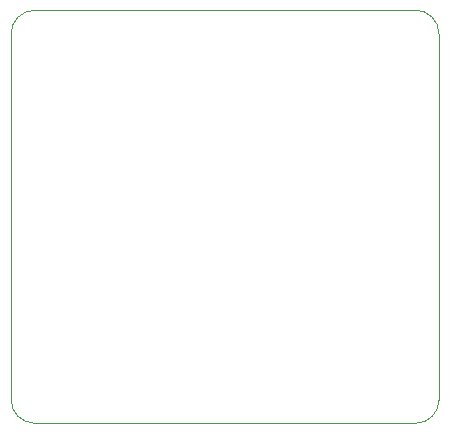
<source format=gm1>
G04 #@! TF.GenerationSoftware,KiCad,Pcbnew,9.0.1*
G04 #@! TF.CreationDate,2025-04-29T03:14:40+06:00*
G04 #@! TF.ProjectId,stm32f401,73746d33-3266-4343-9031-2e6b69636164,rev?*
G04 #@! TF.SameCoordinates,Original*
G04 #@! TF.FileFunction,Profile,NP*
%FSLAX46Y46*%
G04 Gerber Fmt 4.6, Leading zero omitted, Abs format (unit mm)*
G04 Created by KiCad (PCBNEW 9.0.1) date 2025-04-29 03:14:40*
%MOMM*%
%LPD*%
G01*
G04 APERTURE LIST*
G04 #@! TA.AperFunction,Profile*
%ADD10C,0.050000*%
G04 #@! TD*
G04 APERTURE END LIST*
D10*
X42000000Y-50000000D02*
X74240000Y-49980000D01*
X76245785Y-82970402D02*
X76235786Y-51984200D01*
X42000000Y-84960000D02*
X74245786Y-84970402D01*
X40000000Y-82960000D02*
X40000000Y-52000000D01*
X42000000Y-84960000D02*
G75*
G02*
X40000000Y-82960000I0J2000000D01*
G01*
X76245786Y-82970402D02*
G75*
G02*
X74245786Y-84970402I-2000000J0D01*
G01*
X74235786Y-49984214D02*
G75*
G02*
X76235786Y-51984214I0J-2000000D01*
G01*
X40000000Y-52000000D02*
G75*
G02*
X42000000Y-50000000I2000000J0D01*
G01*
M02*

</source>
